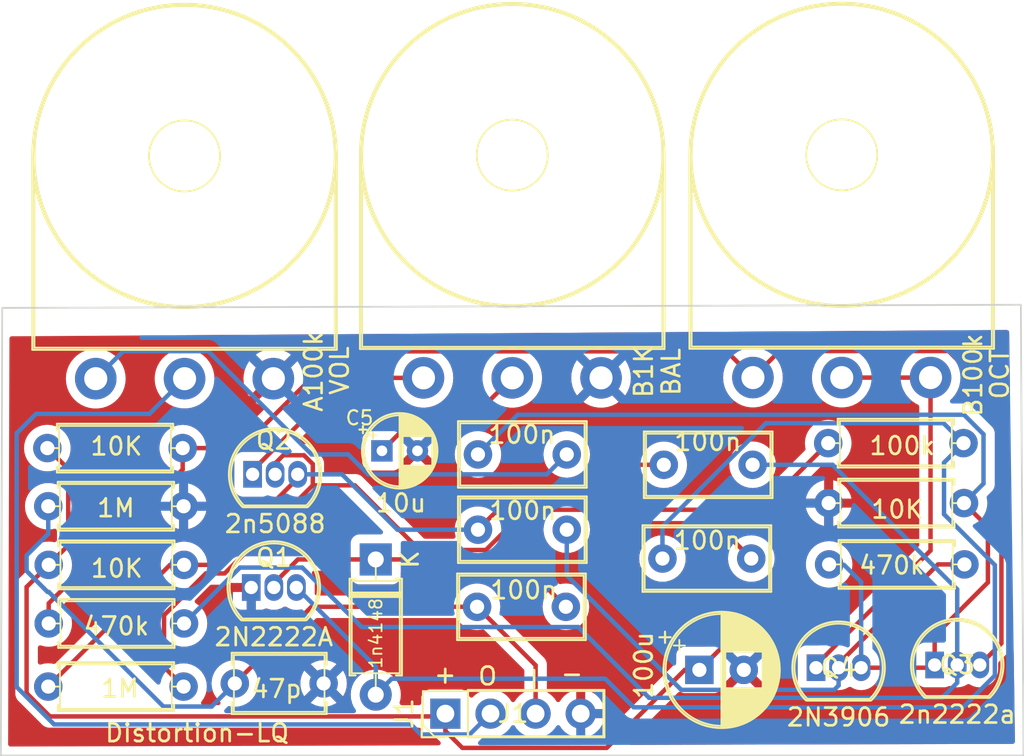
<source format=kicad_pcb>
(kicad_pcb (version 20221018) (generator pcbnew)
  (layers (0 "F.Cu" signal) (31 "B.Cu" signal) (34 "B.Paste" user) (35 "F.Paste" user) (36 "B.SilkS" user "B.Silkscreen") (37 "F.SilkS" user "F.Silkscreen") (38 "B.Mask" user) (39 "F.Mask" user) (44 "Edge.Cuts" user))
  (net 0 "")
  (net 1 "IN")
  (net 2 "GND")
  (net 3 "+9V")
  (net 4 "Net-(C3-Pad2)")
  (net 5 "Net-(C4-Pad1)")
  (net 6 "Net-(C4-Pad2)")
  (net 7 "Net-(C5-Pad1)")
  (net 8 "Net-(C6-Pad1)")
  (net 9 "Net-(C6-Pad2)")
  (net 10 "Net-(C7-Pad2)")
  (net 11 "Net-(C8-Pad1)")
  (net 12 "Net-(C8-Pad2)")
  (net 13 "Net-(Q2-Pad1)")
  (net 14 "Net-(Q3-Pad3)")
  (net 15 "Net-(Q4-Pad1)")
  (net 16 "out")
  (footprint "Potentiometer_THT:Potentiometer_Omeg_PC16BU_Vertical" (layer "F.Cu") (at 123.9266 84.1502 90)
    (fp_text reference "RV3" hide)
    (fp_text value "A100k" (at 0.4064 2.2606 90) (layer "F.SilkS"))
    (pad "1" thru_hole circle (at 0 0 90) (size 2.34 2.34) (drill 1.3) (layers "*.Cu" "*.Mask") (net 2 "GND"))
    (pad "2" thru_hole circle (at 0 -5 90) (size 2.34 2.34) (drill 1.3) (layers "*.Cu" "*.Mask") (net 16 "out"))
    (pad "3" thru_hole circle (at 0 -10 90) (size 2.34 2.34) (drill 1.3) (layers "*.Cu" "*.Mask") (net 12 "Net-(C8-Pad2)"))
  )
  (footprint "Capacitor_THT:CP_Radial_D6.3mm_P2.50mm" (layer "F.Cu") (at 147.915621 100.5586)
    (fp_text reference "C2" hide)
    (fp_text value "100u" (at -3.135621 -0.254 90) (layer "F.SilkS"))
    (pad "1" thru_hole rect (at 0 0) (size 1.6 1.6) (drill 0.8) (layers "*.Cu" "*.Mask") (net 3 "+9V"))
    (pad "2" thru_hole circle (at 2.5 0) (size 1.6 1.6) (drill 0.8) (layers "*.Cu" "*.Mask") (net 2 "GND"))
  )
  (footprint "Capacitor_THT:C_Rect_L7.0mm_W3.5mm_P5.00mm" (layer "F.Cu") (at 135.4474 92.6592)
    (fp_text reference "C7" hide)
    (fp_text value "100n" (at 2.5254 -1.0668) (layer "F.SilkS"))
    (pad "1" thru_hole circle (at 0 0) (size 1.6 1.6) (drill 0.8) (layers "*.Cu" "*.Mask") (net 8 "Net-(C6-Pad1)"))
    (pad "2" thru_hole circle (at 5 0) (size 1.6 1.6) (drill 0.8) (layers "*.Cu" "*.Mask") (net 10 "Net-(C7-Pad2)"))
  )
  (footprint "Capacitor_THT:C_Disc_D5.1mm_W3.2mm_P5.00mm" (layer "F.Cu") (at 121.7568 101.3206)
    (fp_text reference "C1" hide)
    (fp_text value "47p" (at 2.3476 0.3048) (layer "F.SilkS"))
    (pad "1" thru_hole circle (at 0 0) (size 1.6 1.6) (drill 0.8) (layers "*.Cu" "*.Mask") (net 1 "IN"))
    (pad "2" thru_hole circle (at 5 0) (size 1.6 1.6) (drill 0.8) (layers "*.Cu" "*.Mask") (net 2 "GND"))
  )
  (footprint "Resistor_THT:R_Axial_DIN0207_L6.3mm_D2.5mm_P7.62mm_Horizontal" (layer "F.Cu") (at 111.2774 97.9424)
    (fp_text reference "R6" hide)
    (fp_text value "470k" (at 3.81 0.1524) (layer "F.SilkS"))
    (pad "1" thru_hole circle (at 0 0) (size 1.6 1.6) (drill 0.8) (layers "*.Cu" "*.Mask") (net 14 "Net-(Q3-Pad3)"))
    (pad "2" thru_hole oval (at 7.62 0) (size 1.6 1.6) (drill 0.8) (layers "*.Cu" "*.Mask") (net 9 "Net-(C6-Pad2)"))
  )
  (footprint "Diode_THT:D_A-405_P7.62mm_Horizontal" (layer "F.Cu") (at 129.6924 94.3356 -90)
    (fp_text reference "D1" hide)
    (fp_text value "1n4148" (at 4.1644 -0.0076 90) (layer "F.SilkS") (effects (font (size 0.7 0.7) (thickness 0.1))))
    (fp_text user "K" (at 0 -1.9 90) (layer "F.SilkS"))
    (fp_text user "K" (at 0 -1.9 90) (layer "F.SilkS"))
    (pad "1" thru_hole rect (at 0 0 270) (size 1.8 1.8) (drill 0.9) (layers "*.Cu" "*.Mask") (net 4 "Net-(C3-Pad2)"))
    (pad "2" thru_hole oval (at 7.62 0 270) (size 1.8 1.8) (drill 0.9) (layers "*.Cu" "*.Mask") (net 5 "Net-(C4-Pad1)"))
  )
  (footprint "Resistor_THT:R_Axial_DIN0207_L6.3mm_D2.5mm_P7.62mm_Horizontal" (layer "F.Cu") (at 111.252 91.3384)
    (fp_text reference "R1" hide)
    (fp_text value "1M" (at 3.81 0.1016) (layer "F.SilkS"))
    (pad "1" thru_hole circle (at 0 0) (size 1.6 1.6) (drill 0.8) (layers "*.Cu" "*.Mask") (net 1 "IN"))
    (pad "2" thru_hole oval (at 7.62 0) (size 1.6 1.6) (drill 0.8) (layers "*.Cu" "*.Mask") (net 2 "GND"))
  )
  (footprint "Resistor_THT:R_Axial_DIN0207_L6.3mm_D2.5mm_P7.62mm_Horizontal" (layer "F.Cu") (at 155.1686 87.7824)
    (fp_text reference "R2" hide)
    (fp_text value "100k" (at 4.1656 0.1524) (layer "F.SilkS"))
    (pad "1" thru_hole circle (at 0 0) (size 1.6 1.6) (drill 0.8) (layers "*.Cu" "*.Mask") (net 3 "+9V"))
    (pad "2" thru_hole oval (at 7.62 0) (size 1.6 1.6) (drill 0.8) (layers "*.Cu" "*.Mask") (net 5 "Net-(C4-Pad1)"))
  )
  (footprint "Resistor_THT:R_Axial_DIN0207_L6.3mm_D2.5mm_P7.62mm_Horizontal" (layer "F.Cu") (at 155.2194 94.615)
    (fp_text reference "R8" hide)
    (fp_text value "470k" (at 3.5306 0.0508) (layer "F.SilkS"))
    (pad "1" thru_hole circle (at 0 0) (size 1.6 1.6) (drill 0.8) (layers "*.Cu" "*.Mask") (net 11 "Net-(C8-Pad1)"))
    (pad "2" thru_hole oval (at 7.62 0) (size 1.6 1.6) (drill 0.8) (layers "*.Cu" "*.Mask") (net 10 "Net-(C7-Pad2)"))
  )
  (footprint "Connector_PinHeader_2.54mm:PinHeader_1x04_P2.54mm_Vertical" (layer "F.Cu") (at 133.614 103.0224 90)
    (fp_text reference "J1" (at 0 -2.33 90) (layer "F.SilkS"))
    (fp_text value "Conn_01x04" hide)
    (fp_text user "${REFERENCE}" (at 0 3.81) (layer "F.SilkS"))
    (pad "1" thru_hole rect (at 0 0 90) (size 1.7 1.7) (drill 1) (layers "*.Cu" "*.Mask") (net 3 "+9V"))
    (pad "2" thru_hole oval (at 0 2.54 90) (size 1.7 1.7) (drill 1) (layers "*.Cu" "*.Mask") (net 16 "out"))
    (pad "3" thru_hole oval (at 0 5.08 90) (size 1.7 1.7) (drill 1) (layers "*.Cu" "*.Mask") (net 1 "IN"))
    (pad "4" thru_hole oval (at 0 7.62 90) (size 1.7 1.7) (drill 1) (layers "*.Cu" "*.Mask") (net 2 "GND"))
  )
  (footprint "Resistor_THT:R_Axial_DIN0207_L6.3mm_D2.5mm_P7.62mm_Horizontal" (layer "F.Cu") (at 162.814 91.1606 180)
    (fp_text reference "R7" hide)
    (fp_text value "10K" (at 3.7592 -0.3556) (layer "F.SilkS"))
    (pad "1" thru_hole circle (at 0 0 180) (size 1.6 1.6) (drill 0.8) (layers "*.Cu" "*.Mask") (net 11 "Net-(C8-Pad1)"))
    (pad "2" thru_hole oval (at 7.62 0 180) (size 1.6 1.6) (drill 0.8) (layers "*.Cu" "*.Mask") (net 2 "GND"))
  )
  (footprint "Potentiometer_THT:Potentiometer_Omeg_PC16BU_Vertical" (layer "F.Cu") (at 142.3778 84.1042 90)
    (fp_text reference "RV1" hide)
    (fp_text value "B1K" (at 0.3604 2.4022 90) (layer "F.SilkS"))
    (pad "1" thru_hole circle (at 0 0 90) (size 2.34 2.34) (drill 1.3) (layers "*.Cu" "*.Mask") (net 2 "GND"))
    (pad "2" thru_hole circle (at 0 -5 90) (size 2.34 2.34) (drill 1.3) (layers "*.Cu" "*.Mask") (net 7 "Net-(C5-Pad1)"))
    (pad "3" thru_hole circle (at 0 -10 90) (size 2.34 2.34) (drill 1.3) (layers "*.Cu" "*.Mask") (net 13 "Net-(Q2-Pad1)"))
  )
  (footprint "Potentiometer_THT:Potentiometer_Omeg_PC16BU_Vertical" (layer "F.Cu") (at 160.9306 84.089 90)
    (fp_text reference "RV2" hide)
    (fp_text value "B100k" (at 0.142 2.3914 270) (layer "F.SilkS"))
    (pad "1" thru_hole circle (at 0 0 90) (size 2.34 2.34) (drill 1.3) (layers "*.Cu" "*.Mask") (net 15 "Net-(Q4-Pad1)"))
    (pad "2" thru_hole circle (at 0 -5 90) (size 2.34 2.34) (drill 1.3) (layers "*.Cu" "*.Mask") (net 15 "Net-(Q4-Pad1)"))
    (pad "3" thru_hole circle (at 0 -10 90) (size 2.34 2.34) (drill 1.3) (layers "*.Cu" "*.Mask") (net 14 "Net-(Q3-Pad3)"))
  )
  (footprint "Capacitor_THT:CP_Radial_D4.0mm_P2.00mm" (layer "F.Cu") (at 130.040601 88.2142)
    (fp_text reference "C5" hide)
    (fp_text value "10u" (at 1.074199 2.9464) (layer "F.SilkS"))
    (fp_text user "${REFERENCE}" (at -1.262601 -1.8542) (layer "F.SilkS") (effects (font (size 0.8 0.8) (thickness 0.12))))
    (pad "1" thru_hole rect (at 0 0) (size 1.2 1.2) (drill 0.6) (layers "*.Cu" "*.Mask") (net 7 "Net-(C5-Pad1)"))
    (pad "2" thru_hole circle (at 2 0) (size 1.2 1.2) (drill 0.6) (layers "*.Cu" "*.Mask") (net 2 "GND"))
  )
  (footprint "Resistor_THT:R_Axial_DIN0207_L6.3mm_D2.5mm_P7.62mm_Horizontal" (layer "F.Cu") (at 111.2012 88.0618)
    (fp_text reference "R5" hide)
    (fp_text value "10K" (at 3.8862 -0.1016) (layer "F.SilkS"))
    (pad "1" thru_hole circle (at 0 0) (size 1.6 1.6) (drill 0.8) (layers "*.Cu" "*.Mask") (net 3 "+9V"))
    (pad "2" thru_hole oval (at 7.62 0) (size 1.6 1.6) (drill 0.8) (layers "*.Cu" "*.Mask") (net 14 "Net-(Q3-Pad3)"))
  )
  (footprint "Package_TO_SOT_THT:TO-92_Inline" (layer "F.Cu") (at 161.163 100.2792)
    (fp_text reference "Q3" hide)
    (fp_text value "2n2222a" (at 1.27 2.79) (layer "F.SilkS"))
    (fp_text user "${REFERENCE}" (at 1.27 0) (layer "F.SilkS"))
    (pad "1" thru_hole rect (at 0 0) (size 1.05 1.5) (drill 0.75) (layers "*.Cu" "*.Mask") (net 11 "Net-(C8-Pad1)"))
    (pad "2" thru_hole oval (at 1.27 0) (size 1.05 1.5) (drill 0.75) (layers "*.Cu" "*.Mask") (net 9 "Net-(C6-Pad2)"))
    (pad "3" thru_hole oval (at 2.54 0) (size 1.05 1.5) (drill 0.75) (layers "*.Cu" "*.Mask") (net 14 "Net-(Q3-Pad3)"))
  )
  (footprint "Package_TO_SOT_THT:TO-92_Inline" (layer "F.Cu") (at 122.682 95.9148)
    (fp_text reference "Q1" hide)
    (fp_text value "2N2222A" (at 1.27 2.79) (layer "F.SilkS"))
    (fp_text user "${REFERENCE}" (at 1.27 -1.6808) (layer "F.SilkS"))
    (pad "1" thru_hole rect (at 0 0) (size 1.05 1.5) (drill 0.75) (layers "*.Cu" "*.Mask") (net 2 "GND"))
    (pad "2" thru_hole oval (at 1.27 0) (size 1.05 1.5) (drill 0.75) (layers "*.Cu" "*.Mask") (net 4 "Net-(C3-Pad2)"))
    (pad "3" thru_hole oval (at 2.54 0) (size 1.05 1.5) (drill 0.75) (layers "*.Cu" "*.Mask") (net 5 "Net-(C4-Pad1)"))
  )
  (footprint "Capacitor_THT:C_Rect_L7.0mm_W3.5mm_P5.00mm" (layer "F.Cu") (at 145.9122 89.0016)
    (fp_text reference "C6" hide)
    (fp_text value "100n" (at 2.4746 -1.2954) (layer "F.SilkS"))
    (pad "1" thru_hole circle (at 0 0) (size 1.6 1.6) (drill 0.8) (layers "*.Cu" "*.Mask") (net 8 "Net-(C6-Pad1)"))
    (pad "2" thru_hole circle (at 5 0) (size 1.6 1.6) (drill 0.8) (layers "*.Cu" "*.Mask") (net 9 "Net-(C6-Pad2)"))
  )
  (footprint "Resistor_THT:R_Axial_DIN0207_L6.3mm_D2.5mm_P7.62mm_Horizontal" (layer "F.Cu") (at 111.2774 94.6404)
    (fp_text reference "R3" hide)
    (fp_text value "10K" (at 3.8354 0.2032) (layer "F.SilkS"))
    (pad "1" thru_hole circle (at 0 0) (size 1.6 1.6) (drill 0.8) (layers "*.Cu" "*.Mask") (net 3 "+9V"))
    (pad "2" thru_hole oval (at 7.62 0) (size 1.6 1.6) (drill 0.8) (layers "*.Cu" "*.Mask") (net 8 "Net-(C6-Pad1)"))
  )
  (footprint "Capacitor_THT:C_Rect_L7.0mm_W3.5mm_P5.00mm" (layer "F.Cu") (at 135.4474 88.4174)
    (fp_text reference "C8" hide)
    (fp_text value "100n" (at 2.4746 -1.1176) (layer "F.SilkS"))
    (pad "1" thru_hole circle (at 0 0) (size 1.6 1.6) (drill 0.8) (layers "*.Cu" "*.Mask") (net 11 "Net-(C8-Pad1)"))
    (pad "2" thru_hole circle (at 5 0) (size 1.6 1.6) (drill 0.8) (layers "*.Cu" "*.Mask") (net 12 "Net-(C8-Pad2)"))
  )
  (footprint "Capacitor_THT:C_Rect_L7.0mm_W3.5mm_P5.00mm" (layer "F.Cu") (at 135.3966 97.0026)
    (fp_text reference "C3" hide)
    (fp_text value "100n" (at 2.627 -0.9398) (layer "F.SilkS"))
    (pad "1" thru_hole circle (at 0 0) (size 1.6 1.6) (drill 0.8) (layers "*.Cu" "*.Mask") (net 1 "IN"))
    (pad "2" thru_hole circle (at 5 0) (size 1.6 1.6) (drill 0.8) (layers "*.Cu" "*.Mask") (net 4 "Net-(C3-Pad2)"))
  )
  (footprint "Capacitor_THT:C_Rect_L7.0mm_W3.5mm_P5.00mm" (layer "F.Cu") (at 145.836 94.2848)
    (fp_text reference "C4" hide)
    (fp_text value "100n" (at 2.5254 -1.016) (layer "F.SilkS"))
    (pad "1" thru_hole circle (at 0 0) (size 1.6 1.6) (drill 0.8) (layers "*.Cu" "*.Mask") (net 5 "Net-(C4-Pad1)"))
    (pad "2" thru_hole circle (at 5 0) (size 1.6 1.6) (drill 0.8) (layers "*.Cu" "*.Mask") (net 6 "Net-(C4-Pad2)"))
  )
  (footprint "Resistor_THT:R_Axial_DIN0207_L6.3mm_D2.5mm_P7.62mm_Horizontal" (layer "F.Cu") (at 111.252 101.4984)
    (fp_text reference "R4" hide)
    (fp_text value "1M" (at 4.0386 0.1016) (layer "F.SilkS"))
    (pad "1" thru_hole circle (at 0 0) (size 1.6 1.6) (drill 0.8) (layers "*.Cu" "*.Mask") (net 8 "Net-(C6-Pad1)"))
    (pad "2" thru_hole oval (at 7.62 0) (size 1.6 1.6) (drill 0.8) (layers "*.Cu" "*.Mask") (net 6 "Net-(C4-Pad2)"))
  )
  (footprint "Package_TO_SOT_THT:TO-92_Inline" (layer "F.Cu") (at 122.7582 89.5394)
    (fp_text reference "Q2" hide)
    (fp_text value "2n5088" (at 1.27 2.79) (layer "F.SilkS"))
    (fp_text user "${REFERENCE}" (at 1.1938 -1.9094) (layer "F.SilkS"))
    (pad "1" thru_hole rect (at 0 0) (size 1.05 1.5) (drill 0.75) (layers "*.Cu" "*.Mask") (net 13 "Net-(Q2-Pad1)"))
    (pad "2" thru_hole oval (at 1.27 0) (size 1.05 1.5) (drill 0.75) (layers "*.Cu" "*.Mask") (net 6 "Net-(C4-Pad2)"))
    (pad "3" thru_hole oval (at 2.54 0) (size 1.05 1.5) (drill 0.75) (layers "*.Cu" "*.Mask") (net 8 "Net-(C6-Pad1)"))
  )
  (footprint "Package_TO_SOT_THT:TO-92_Inline" (layer "F.Cu") (at 154.4828 100.436)
    (fp_text reference "Q4" hide)
    (fp_text value "2N3906" (at 1.27 2.79) (layer "F.SilkS"))
    (fp_text user "${REFERENCE}" (at 1.27 0) (layer "F.SilkS"))
    (pad "1" thru_hole rect (at 0 0) (size 1.05 1.5) (drill 0.75) (layers "*.Cu" "*.Mask") (net 15 "Net-(Q4-Pad1)"))
    (pad "2" thru_hole oval (at 1.27 0) (size 1.05 1.5) (drill 0.75) (layers "*.Cu" "*.Mask") (net 10 "Net-(C7-Pad2)"))
    (pad "3" thru_hole oval (at 2.54 0) (size 1.05 1.5) (drill 0.75) (layers "*.Cu" "*.Mask") (net 11 "Net-(C8-Pad1)"))
  )
  (gr_line (start 108.6612 80.1624) (end 166.0144 79.9846) (stroke (width 0.1)) (layer "Edge.Cuts"))
  (gr_line (start 166.0144 79.9846) (end 166.1668 105.3846) (stroke (width 0.1)) (layer "Edge.Cuts"))
  (gr_line (start 108.585 105.3846) (end 108.6612 80.1624) (stroke (width 0.1)) (layer "Edge.Cuts"))
  (gr_line (start 166.1668 105.3846) (end 108.585 105.3846) (stroke (width 0.1)) (layer "Edge.Cuts"))
  (gr_text "VOL" (at 127.6604 83.693 90) (layer "F.SilkS") (effects (font (size 1 1))))
  (gr_text "-" (at 140.7414 100.7618) (layer "F.SilkS") (effects (font (size 1 1))))
  (gr_text "O" (at 135.9916 100.9142) (layer "F.SilkS") (effects (font (size 1 1))))
  (gr_text "Distortion-LQ\n" (at 119.634 104.1146) (layer "F.SilkS") (effects (font (size 1 1))))
  (gr_text "+" (at 133.604 100.8126) (layer "F.SilkS") (effects (font (size 1 1))))
  (gr_text "I" (at 138.6078 101.1174) (layer "F.SilkS") (effects (font (size 1 1))))
  (gr_text "OCT" (at 164.8206 83.8962 90) (layer "F.SilkS") (effects (font (size 1 1))))
  (gr_text "BAL" (at 146.3294 83.7692 90) (layer "F.SilkS") (effects (font (size 1 1))))
  (segment (start 121.7568 101.3206) (end 126.0748 97.0026) (width 0.25) (layer "F.Cu") (net 1))
  (segment (start 138.694 100.3) (end 135.3966 97.0026) (width 0.25) (layer "F.Cu") (net 1))
  (segment (start 138.694 103.0224) (end 138.694 100.3) (width 0.25) (layer "F.Cu") (net 1))
  (segment (start 126.0748 97.0026) (end 135.3966 97.0026) (width 0.25) (layer "F.Cu") (net 1))
  (segment (start 111.2111 96.1644) (end 110.0328 94.9861) (width 0.25) (layer "B.Cu") (net 1))
  (segment (start 111.2774 96.1644) (end 111.2111 96.1644) (width 0.25) (layer "B.Cu") (net 1))
  (segment (start 117.735911 102.622911) (end 111.2774 96.1644) (width 0.25) (layer "B.Cu") (net 1))
  (segment (start 120.454489 102.622911) (end 117.735911 102.622911) (width 0.25) (layer "B.Cu") (net 1))
  (segment (start 110.0328 94.107) (end 111.252 92.8878) (width 0.25) (layer "B.Cu") (net 1))
  (segment (start 110.0328 94.9861) (end 110.0328 94.107) (width 0.25) (layer "B.Cu") (net 1))
  (segment (start 121.7568 101.3206) (end 120.454489 102.622911) (width 0.25) (layer "B.Cu") (net 1))
  (segment (start 111.252 92.8878) (end 111.252 91.3384) (width 0.25) (layer "B.Cu") (net 1))
  (segment (start 152.908 95.566221) (end 152.908 90.043) (width 0.25) (layer "F.Cu") (net 3))
  (segment (start 152.908 90.043) (end 155.1686 87.7824) (width 0.25) (layer "F.Cu") (net 3))
  (segment (start 147.915621 100.5586) (end 147.0914 100.5586) (width 0.25) (layer "F.Cu") (net 3))
  (segment (start 133.614 103.0224) (end 133.456289 103.180111) (width 0.25) (layer "F.Cu") (net 3))
  (segment (start 147.0914 100.5586) (end 142.6972 104.9528) (width 0.25) (layer "F.Cu") (net 3))
  (segment (start 134.5692 104.9528) (end 133.614 103.9976) (width 0.25) (layer "F.Cu") (net 3))
  (segment (start 112.376511 89.237111) (end 111.2012 88.0618) (width 0.25) (layer "F.Cu") (net 3))
  (segment (start 110.0328 101.8695) (end 110.0328 95.885) (width 0.25) (layer "F.Cu") (net 3))
  (segment (start 133.614 103.9976) (end 133.614 103.0224) (width 0.25) (layer "F.Cu") (net 3))
  (segment (start 111.2774 94.6404) (end 112.376511 93.541289) (width 0.25) (layer "F.Cu") (net 3))
  (segment (start 142.6972 104.9528) (end 134.5692 104.9528) (width 0.25) (layer "F.Cu") (net 3))
  (segment (start 110.0328 95.885) (end 111.2774 94.6404) (width 0.25) (layer "F.Cu") (net 3))
  (segment (start 133.456289 103.180111) (end 111.343411 103.180111) (width 0.25) (layer "F.Cu") (net 3))
  (segment (start 111.343411 103.180111) (end 110.0328 101.8695) (width 0.25) (layer "F.Cu") (net 3))
  (segment (start 112.376511 93.541289) (end 112.376511 89.237111) (width 0.25) (layer "F.Cu") (net 3))
  (segment (start 147.915621 100.5586) (end 152.908 95.566221) (width 0.25) (layer "F.Cu") (net 3))
  (segment (start 137.7296 94.3356) (end 140.3966 97.0026) (width 0.25) (layer "F.Cu") (net 4))
  (segment (start 123.952 95.6898) (end 125.3062 94.3356) (width 0.25) (layer "F.Cu") (net 4))
  (segment (start 129.6924 94.3356) (end 137.7296 94.3356) (width 0.25) (layer "F.Cu") (net 4))
  (segment (start 123.952 95.9148) (end 123.952 95.6898) (width 0.25) (layer "F.Cu") (net 4))
  (segment (start 125.3062 94.3356) (end 129.6924 94.3356) (width 0.25) (layer "F.Cu") (net 4))
  (segment (start 164.55252 94.65172) (end 161.689489 91.788689) (width 0.25) (layer "B.Cu") (net 5))
  (segment (start 151.665611 86.657889) (end 161.664089 86.657889) (width 0.25) (layer "B.Cu") (net 5))
  (segment (start 129.6924 101.9556) (end 129.6924 100.3852) (width 0.25) (layer "B.Cu") (net 5))
  (segment (start 142.61 101.0556) (end 144.2212 102.6668) (width 0.25) (layer "B.Cu") (net 5))
  (segment (start 162.8394 87.7316) (end 162.7886 87.7824) (width 0.25) (layer "B.Cu") (net 5))
  (segment (start 130.5924 101.0556) (end 142.61 101.0556) (width 0.25) (layer "B.Cu") (net 5))
  (segment (start 164.55252 100.87748) (end 164.55252 94.65172) (width 0.25) (layer "B.Cu") (net 5))
  (segment (start 129.6924 100.3852) (end 125.222 95.9148) (width 0.25) (layer "B.Cu") (net 5))
  (segment (start 162.7632 102.6668) (end 164.55252 100.87748) (width 0.25) (layer "B.Cu") (net 5))
  (segment (start 161.689489 91.788689) (end 161.689489 88.881511) (width 0.25) (layer "B.Cu") (net 5))
  (segment (start 145.836 92.4875) (end 151.665611 86.657889) (width 0.25) (layer "B.Cu") (net 5))
  (segment (start 144.2212 102.6668) (end 162.7632 102.6668) (width 0.25) (layer "B.Cu") (net 5))
  (segment (start 161.664089 86.657889) (end 162.7886 87.7824) (width 0.25) (layer "B.Cu") (net 5))
  (segment (start 129.6924 101.9556) (end 130.5924 101.0556) (width 0.25) (layer "B.Cu") (net 5))
  (segment (start 161.689489 88.881511) (end 162.7886 87.7824) (width 0.25) (layer "B.Cu") (net 5))
  (segment (start 145.836 94.2848) (end 145.836 92.4875) (width 0.25) (layer "B.Cu") (net 5))
  (segment (start 117.772889 97.476611) (end 120.1265 95.123) (width 0.25) (layer "F.Cu") (net 6))
  (segment (start 148.085889 91.534689) (end 138.162211 91.534689) (width 0.25) (layer "F.Cu") (net 6))
  (segment (start 117.772889 100.399289) (end 117.772889 97.476611) (width 0.25) (layer "F.Cu") (net 6))
  (segment (start 132.1562 93.8022) (end 128.51268 90.15868) (width 0.25) (layer "F.Cu") (net 6))
  (segment (start 128.51268 90.15868) (end 126.14772 90.15868) (width 0.25) (layer "F.Cu") (net 6))
  (segment (start 118.872 101.4984) (end 117.772889 100.399289) (width 0.25) (layer "F.Cu") (net 6))
  (segment (start 126.14772 90.15868) (end 126.14772 88.96212) (width 0.25) (layer "F.Cu") (net 6))
  (segment (start 138.162211 91.534689) (end 135.8947 93.8022) (width 0.25) (layer "F.Cu") (net 6))
  (segment (start 124.48872 88.46488) (end 124.0282 88.9254) (width 0.25) (layer "F.Cu") (net 6))
  (segment (start 125.65048 88.46488) (end 124.48872 88.46488) (width 0.25) (layer "F.Cu") (net 6))
  (segment (start 150.836 94.2848) (end 148.085889 91.534689) (width 0.25) (layer "F.Cu") (net 6))
  (segment (start 126.14772 88.96212) (end 125.65048 88.46488) (width 0.25) (layer "F.Cu") (net 6))
  (segment (start 135.8947 93.8022) (end 132.1562 93.8022) (width 0.25) (layer "F.Cu") (net 6))
  (segment (start 120.1265 95.123) (end 121.1834 95.123) (width 0.25) (layer "F.Cu") (net 6))
  (segment (start 124.0282 88.9254) (end 124.0282 89.5394) (width 0.25) (layer "F.Cu") (net 6))
  (segment (start 121.1834 95.123) (end 126.14772 90.15868) (width 0.25) (layer "F.Cu") (net 6))
  (segment (start 134.192311 87.289689) (end 137.3778 84.1042) (width 0.25) (layer "F.Cu") (net 7))
  (segment (start 130.040601 88.2142) (end 130.965112 87.289689) (width 0.25) (layer "F.Cu") (net 7))
  (segment (start 130.965112 87.289689) (end 134.192311 87.289689) (width 0.25) (layer "F.Cu") (net 7))
  (segment (start 111.252 101.4984) (end 118.11 94.6404) (width 0.25) (layer "F.Cu") (net 8))
  (segment (start 143.8656 89.0016) (end 145.9122 89.0016) (width 0.25) (layer "F.Cu") (net 8))
  (segment (start 142.113 90.7542) (end 143.8656 89.0016) (width 0.25) (layer "F.Cu") (net 8))
  (segment (start 135.4474 92.6592) (end 137.3524 90.7542) (width 0.25) (layer "F.Cu") (net 8))
  (segment (start 125.2982 89.7644) (end 125.2982 89.5394) (width 0.25) (layer "F.Cu") (net 8))
  (segment (start 118.11 94.6404) (end 118.8974 94.6404) (width 0.25) (layer "F.Cu") (net 8))
  (segment (start 120.4222 94.6404) (end 125.2982 89.7644) (width 0.25) (layer "F.Cu") (net 8))
  (segment (start 137.3524 90.7542) (end 142.113 90.7542) (width 0.25) (layer "F.Cu") (net 8))
  (segment (start 118.8974 94.6404) (end 120.4222 94.6404) (width 0.25) (layer "F.Cu") (net 8))
  (segment (start 130.9116 92.6592) (end 135.4474 92.6592) (width 0.25) (layer "B.Cu") (net 8))
  (segment (start 125.2982 89.5394) (end 127.7918 89.5394) (width 0.25) (layer "B.Cu") (net 8))
  (segment (start 127.7918 89.5394) (end 130.9116 92.6592) (width 0.25) (layer "B.Cu") (net 8))
  (segment (start 118.8974 97.9424) (end 118.9736 97.9424) (width 0.25) (layer "F.Cu") (net 9))
  (segment (start 118.9736 97.9424) (end 119.2022 97.7138) (width 0.25) (layer "F.Cu") (net 9))
  (segment (start 161.579569 102.132631) (end 145.084031 102.132631) (width 0.25) (layer "B.Cu") (net 9))
  (segment (start 162.433 96.0219) (end 155.4127 89.0016) (width 0.25) (layer "B.Cu") (net 9))
  (segment (start 128.905 98.1456) (end 125.5522 94.7928) (width 0.25) (layer "B.Cu") (net 9))
  (segment (start 162.433 100.2792) (end 162.433 96.0219) (width 0.25) (layer "B.Cu") (net 9))
  (segment (start 155.4127 89.0016) (end 150.9122 89.0016) (width 0.25) (layer "B.Cu") (net 9))
  (segment (start 162.433 101.2792) (end 161.579569 102.132631) (width 0.25) (layer "B.Cu") (net 9))
  (segment (start 141.097 98.1456) (end 128.905 98.1456) (width 0.25) (layer "B.Cu") (net 9))
  (segment (start 162.433 100.2792) (end 162.433 101.2792) (width 0.25) (layer "B.Cu") (net 9))
  (segment (start 125.5522 94.7928) (end 122.047 94.7928) (width 0.25) (layer "B.Cu") (net 9))
  (segment (start 145.084031 102.132631) (end 141.097 98.1456) (width 0.25) (layer "B.Cu") (net 9))
  (segment (start 122.047 94.7928) (end 118.8974 97.9424) (width 0.25) (layer "B.Cu") (net 9))
  (segment (start 155.7528 100.436) (end 155.7528 100.211) (width 0.25) (layer "F.Cu") (net 10))
  (segment (start 161.3488 94.615) (end 162.8394 94.615) (width 0.25) (layer "F.Cu") (net 10))
  (segment (start 155.7528 100.211) (end 161.3488 94.615) (width 0.25) (layer "F.Cu") (net 10))
  (segment (start 146.895111 101.683111) (end 140.4474 95.2354) (width 0.25) (layer "B.Cu") (net 10))
  (segment (start 155.505689 101.683111) (end 146.895111 101.683111) (width 0.25) (layer "B.Cu") (net 10))
  (segment (start 140.4474 95.2354) (end 140.4474 92.6592) (width 0.25) (layer "B.Cu") (net 10))
  (segment (start 155.7528 101.436) (end 155.505689 101.683111) (width 0.25) (layer "B.Cu") (net 10))
  (segment (start 155.7528 100.436) (end 155.7528 101.436) (width 0.25) (layer "B.Cu") (net 10))
  (segment (start 164.1602 92.5068) (end 162.814 91.1606) (width 0.25) (layer "F.Cu") (net 11))
  (segment (start 164.1602 95.631) (end 164.1602 92.5068) (width 0.25) (layer "F.Cu") (net 11))
  (segment (start 161.163 100.2792) (end 161.163 98.6282) (width 0.25) (layer "F.Cu") (net 11))
  (segment (start 157.0228 100.436) (end 161.0062 100.436) (width 0.25) (layer "F.Cu") (net 11))
  (segment (start 161.0062 100.436) (end 161.163 100.2792) (width 0.25) (layer "F.Cu") (net 11))
  (segment (start 161.163 98.6282) (end 164.1602 95.631) (width 0.25) (layer "F.Cu") (net 11))
  (segment (start 157.0228 95.6056) (end 156.0576 94.6404) (width 0.25) (layer "B.Cu") (net 11))
  (segment (start 163.913111 90.061489) (end 163.913111 87.281311) (width 0.25) (layer "B.Cu") (net 11))
  (segment (start 157.0228 100.436) (end 157.0228 95.6056) (width 0.25) (layer "B.Cu") (net 11))
  (segment (start 162.814 91.1606) (end 163.913111 90.061489) (width 0.25) (layer "B.Cu") (net 11))
  (segment (start 137.6826 86.1822) (end 135.4474 88.4174) (width 0.25) (layer "B.Cu") (net 11))
  (segment (start 163.913111 87.281311) (end 162.814 86.1822) (width 0.25) (layer "B.Cu") (net 11))
  (segment (start 162.814 86.1822) (end 137.6826 86.1822) (width 0.25) (layer "B.Cu") (net 11))
  (segment (start 120.263641 82.6008) (end 115.476 82.6008) (width 0.25) (layer "B.Cu") (net 12))
  (segment (start 128.143 88.4174) (end 126.080241 88.4174) (width 0.25) (layer "B.Cu") (net 12))
  (segment (start 129.267511 89.541911) (end 128.143 88.4174) (width 0.25) (layer "B.Cu") (net 12))
  (segment (start 115.476 82.6008) (end 113.9266 84.1502) (width 0.25) (layer "B.Cu") (net 12))
  (segment (start 140.4474 88.4174) (end 139.322889 89.541911) (width 0.25) (layer "B.Cu") (net 12))
  (segment (start 126.080241 88.4174) (end 120.263641 82.6008) (width 0.25) (layer "B.Cu") (net 12))
  (segment (start 139.322889 89.541911) (end 129.267511 89.541911) (width 0.25) (layer "B.Cu") (net 12))
  (segment (start 127.9684 84.1042) (end 132.3778 84.1042) (width 0.25) (layer "F.Cu") (net 13))
  (segment (start 122.7582 89.3144) (end 127.9684 84.1042) (width 0.25) (layer "F.Cu") (net 13))
  (segment (start 122.7582 89.5394) (end 122.7582 89.3144) (width 0.25) (layer "F.Cu") (net 13))
  (segment (start 152.425111 82.594489) (end 150.9306 84.089) (width 0.25) (layer "F.Cu") (net 14))
  (segment (start 163.703 100.2792) (end 164.9222 99.06) (width 0.25) (layer "F.Cu") (net 14))
  (segment (start 118.8212 89.26723) (end 118.8212 88.0618) (width 0.25) (layer "F.Cu") (net 14))
  (segment (start 149.451289 82.609689) (end 127.58067 82.609689) (width 0.25) (layer "F.Cu") (net 14))
  (segment (start 111.2774 96.81103) (end 118.8212 89.26723) (width 0.25) (layer "F.Cu") (net 14))
  (segment (start 161.944089 82.594489) (end 152.425111 82.594489) (width 0.25) (layer "F.Cu") (net 14))
  (segment (start 150.9306 84.089) (end 149.451289 82.609689) (width 0.25) (layer "F.Cu") (net 14))
  (segment (start 164.9222 85.5726) (end 161.944089 82.594489) (width 0.25) (layer "F.Cu") (net 14))
  (segment (start 122.128559 88.0618) (end 118.8212 88.0618) (width 0.25) (layer "F.Cu") (net 14))
  (segment (start 127.58067 82.609689) (end 122.128559 88.0618) (width 0.25) (layer "F.Cu") (net 14))
  (segment (start 164.9222 99.06) (end 164.9222 85.5726) (width 0.25) (layer "F.Cu") (net 14))
  (segment (start 111.2774 97.9424) (end 111.2774 96.81103) (width 0.25) (layer "F.Cu") (net 14))
  (segment (start 154.4828 100.279598) (end 160.9306 93.831798) (width 0.25) (layer "F.Cu") (net 15))
  (segment (start 155.9306 84.089) (end 160.9306 84.089) (width 0.25) (layer "F.Cu") (net 15))
  (segment (start 160.9306 93.831798) (end 160.9306 84.089) (width 0.25) (layer "F.Cu") (net 15))
  (segment (start 154.4828 100.436) (end 154.4828 100.279598) (width 0.25) (layer "F.Cu") (net 15))
  (segment (start 109.474 101.5238) (end 111.5822 103.632) (width 0.25) (layer "B.Cu") (net 16))
  (segment (start 116.9454 86.1314) (end 110.5662 86.1314) (width 0.25) (layer "B.Cu") (net 16))
  (segment (start 111.5822 103.632) (end 131.6736 103.632) (width 0.25) (layer "B.Cu") (net 16))
  (segment (start 132.238511 104.196911) (end 134.979489 104.196911) (width 0.25) (layer "B.Cu") (net 16))
  (segment (start 109.474 87.2236) (end 109.474 101.5238) (width 0.25) (layer "B.Cu") (net 16))
  (segment (start 118.9266 84.1502) (end 116.9454 86.1314) (width 0.25) (layer "B.Cu") (net 16))
  (segment (start 110.5662 86.1314) (end 109.474 87.2236) (width 0.25) (layer "B.Cu") (net 16))
  (segment (start 131.6736 103.632) (end 132.238511 104.196911) (width 0.25) (layer "B.Cu") (net 16))
  (segment (start 134.979489 104.196911) (end 136.154 103.0224) (width 0.25) (layer "B.Cu") (net 16))
  (zone (net 2) (net_name "GND") (layers "F&B.Cu") (connect_pads (clearance 0.508)) (min_thickness 0.254) (fill yes (thermal_gap 0.508) (thermal_bridge_width 0.508))
    (polygon (pts (xy 165.6842 104.7242) (xy 108.9914 104.8766) (xy 109.0676 81.788) (xy 109.0168 81.7626) (xy 165.354 81.407)))
  )
)
</source>
